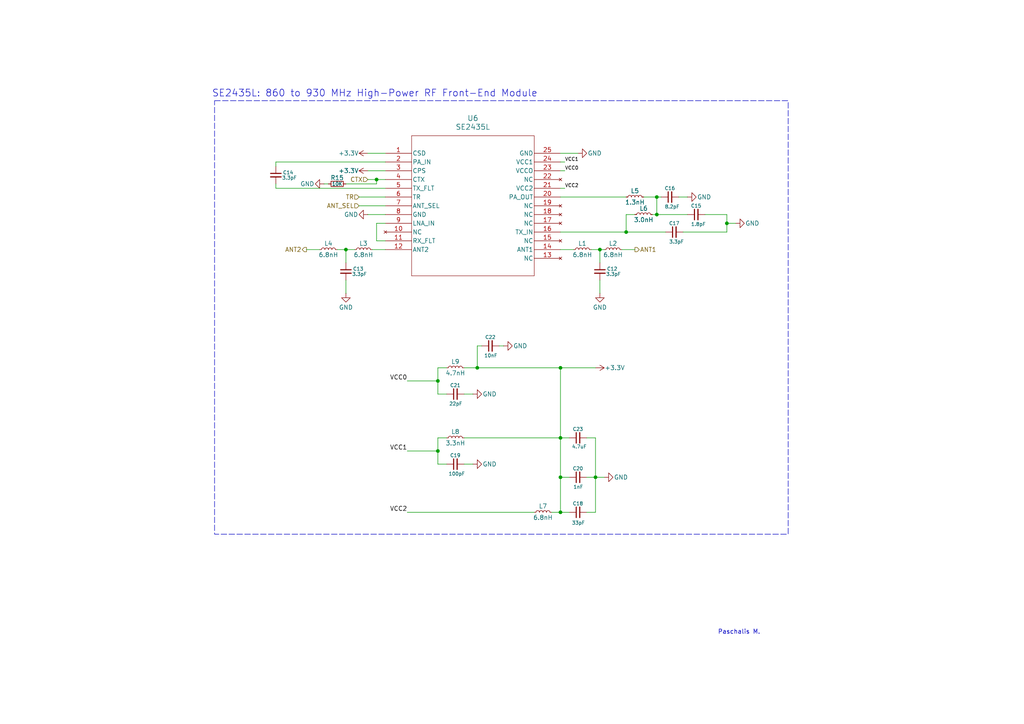
<source format=kicad_sch>
(kicad_sch (version 20231120) (generator "eeschema") (generator_version "8.0")
  (paper "A4")
  (title_block (title "SE2435L (860 to 930 MHz High-Power RF Front-End Module)") (date "06-01-2025") (rev "1.0") (company "https://github.com/Paschalis") (comment 1 "with support for antenna diversity.") (comment 2 "a power amplifier (PA), a low noise amplifier (LNA), and an RF switch") (comment 3 "SE2435L is a Sub-GHz RF Front-End Module (FEM) that integrates  "))
  (lib_symbols
    (symbol "Device:C_Small" (pin_numbers hide) (pin_names (offset 0.254) hide)
      (property "Reference" "C" (at 0.254 1.778 0))
      (property "Value" "C_Small" (at 0.254 -2.032 0))
      (symbol "C_Small_0_1"
        (polyline (pts (xy -1.524 -0.508) (xy 1.524 -0.508)) (stroke (width 0.3302)))
        (polyline (pts (xy -1.524 0.508) (xy 1.524 0.508)) (stroke (width 0.3048)))
      )
      (symbol "C_Small_1_1"
        (pin passive line (at 0 2.54 270) (length 2.032) (name "~") (number "1"))
        (pin passive line (at 0 -2.54 90) (length 2.032) (name "~") (number "2"))
      )
    )
    (symbol "Device:L_Small" (pin_numbers hide) (pin_names (offset 0.254) hide)
      (property "Reference" "L" (at 0.762 1.016 0))
      (property "Value" "L_Small" (at 0.762 -1.016 0))
      (symbol "L_Small_0_1"
        (arc (start 0 -2.032) (mid 0.5058 -1.524) (end 0 -1.016))
        (arc (start 0 -1.016) (mid 0.5058 -0.508) (end 0 0))
        (arc (start 0 0) (mid 0.5058 0.508) (end 0 1.016))
        (arc (start 0 1.016) (mid 0.5058 1.524) (end 0 2.032))
      )
      (symbol "L_Small_1_1"
        (pin passive line (at 0 2.54 270) (length 0.508) (name "~") (number "1"))
        (pin passive line (at 0 -2.54 90) (length 0.508) (name "~") (number "2"))
      )
    )
    (symbol "Device:R_Small" (pin_numbers hide) (pin_names (offset 0.254) hide)
      (property "Reference" "R" (at 0.762 0.508 0))
      (property "Value" "R_Small" (at 0.762 -1.016 0))
      (symbol "R_Small_0_1"
        (rectangle (start -0.762 1.778) (end 0.762 -1.778) (stroke (width 0.2032)))
      )
      (symbol "R_Small_1_1"
        (pin passive line (at 0 2.54 270) (length 0.762) (name "~") (number "1"))
        (pin passive line (at 0 -2.54 90) (length 0.762) (name "~") (number "2"))
      )
    )
    (symbol "SE2435L:SE2435L" (pin_names (offset 0.254))
      (property "Reference" "U" (at 25.4 10.16 0))
      (property "Value" "SE2435L" (at 25.4 7.62 0))
      (symbol "SE2435L_0_1"
        (polyline (pts (xy 7.62 -35.56) (xy 43.18 -35.56)) (stroke (width 0.127)))
        (polyline (pts (xy 7.62 5.08) (xy 7.62 -35.56)) (stroke (width 0.127)))
        (polyline (pts (xy 43.18 -35.56) (xy 43.18 5.08)) (stroke (width 0.127)))
        (polyline (pts (xy 43.18 5.08) (xy 7.62 5.08)) (stroke (width 0.127)))
        (pin input line (at 0 0 0) (length 7.62) (name "CSD") (number "1"))
        (pin no_connect line (at 0 -22.86 0) (length 7.62) (name "NC") (number "10"))
        (pin unspecified line (at 0 -25.4 0) (length 7.62) (name "RX_FLT") (number "11"))
        (pin bidirectional line (at 0 -27.94 0) (length 7.62) (name "ANT2") (number "12"))
        (pin no_connect line (at 50.8 -30.48 180) (length 7.62) (name "NC") (number "13"))
        (pin bidirectional line (at 50.8 -27.94 180) (length 7.62) (name "ANT1") (number "14"))
        (pin no_connect line (at 50.8 -25.4 180) (length 7.62) (name "NC") (number "15"))
        (pin unspecified line (at 50.8 -22.86 180) (length 7.62) (name "TX_IN") (number "16"))
        (pin no_connect line (at 50.8 -20.32 180) (length 7.62) (name "NC") (number "17"))
        (pin no_connect line (at 50.8 -17.78 180) (length 7.62) (name "NC") (number "18"))
        (pin no_connect line (at 50.8 -15.24 180) (length 7.62) (name "NC") (number "19"))
        (pin input line (at 0 -2.54 0) (length 7.62) (name "PA_IN") (number "2"))
        (pin output line (at 50.8 -12.7 180) (length 7.62) (name "PA_OUT") (number "20"))
        (pin power_in line (at 50.8 -10.16 180) (length 7.62) (name "VCC2") (number "21"))
        (pin no_connect line (at 50.8 -7.62 180) (length 7.62) (name "NC") (number "22"))
        (pin power_in line (at 50.8 -5.08 180) (length 7.62) (name "VCCO") (number "23"))
        (pin power_in line (at 50.8 -2.54 180) (length 7.62) (name "VCC1") (number "24"))
        (pin power_out line (at 50.8 0 180) (length 7.62) (name "GND") (number "25"))
        (pin input line (at 0 -5.08 0) (length 7.62) (name "CPS") (number "3"))
        (pin input line (at 0 -7.62 0) (length 7.62) (name "CTX") (number "4"))
        (pin unspecified line (at 0 -10.16 0) (length 7.62) (name "TX_FLT") (number "5"))
        (pin bidirectional line (at 0 -12.7 0) (length 7.62) (name "TR") (number "6"))
        (pin input line (at 0 -15.24 0) (length 7.62) (name "ANT_SEL") (number "7"))
        (pin power_out line (at 0 -17.78 0) (length 7.62) (name "GND") (number "8"))
        (pin input line (at 0 -20.32 0) (length 7.62) (name "LNA_IN") (number "9"))
      )
    )
    (symbol "power:+3.3V" (power) (pin_numbers hide) (pin_names (offset 0) hide)
      (property "Value" "+3.3V" (at 0 3.556 0))
      (symbol "+3.3V_0_1"
        (polyline (pts (xy -0.762 1.27) (xy 0 2.54)))
        (polyline (pts (xy 0 0) (xy 0 2.54)))
        (polyline (pts (xy 0 2.54) (xy 0.762 1.27)))
      )
      (symbol "+3.3V_1_1"
        (pin power_in line (at 0 0 90) (length 0) (name "~") (number "1"))
      )
    )
    (symbol "power:GND" (power) (pin_numbers hide) (pin_names (offset 0) hide)
      (property "Value" "GND" (at 0 -3.81 0))
      (symbol "GND_0_1"
        (polyline (pts (xy 0 0) (xy 0 -1.27) (xy 1.27 -1.27) (xy 0 -2.54) (xy -1.27 -1.27) (xy 0 -1.27)))
      )
      (symbol "GND_1_1"
        (pin power_in line (at 0 0 270) (length 0) (name "~") (number "1"))
      )
    )
  )
  (junction (at 162.56 127))
  (junction (at 138.43 106.68))
  (junction (at 127 130.81))
  (junction (at 173.99 72.39))
  (junction (at 172.72 138.43))
  (junction (at 190.5 62.23))
  (junction (at 181.61 67.31))
  (junction (at 210.82 64.77))
  (junction (at 162.56 148.59))
  (junction (at 162.56 106.68))
  (junction (at 109.22 52.07))
  (junction (at 190.5 57.15))
  (junction (at 100.33 72.39))
  (junction (at 127 110.49))
  (junction (at 162.56 138.43))
  (wire (pts (xy 127 127) (xy 127 130.81)))
  (wire (pts (xy 173.99 72.39) (xy 173.99 76.2)))
  (wire (pts (xy 97.79 72.39) (xy 100.33 72.39)))
  (wire (pts (xy 162.56 138.43) (xy 162.56 148.59)))
  (wire (pts (xy 172.72 127) (xy 172.72 138.43)))
  (wire (pts (xy 172.72 148.59) (xy 170.18 148.59)))
  (wire (pts (xy 106.68 44.45) (xy 111.76 44.45)))
  (wire (pts (xy 88.9 72.39) (xy 92.71 72.39)))
  (wire (pts (xy 172.72 138.43) (xy 175.26 138.43)))
  (wire (pts (xy 104.14 59.69) (xy 111.76 59.69)))
  (wire (pts (xy 111.76 54.61) (xy 80.01 54.61)))
  (wire (pts (xy 118.11 148.59) (xy 154.94 148.59)))
  (wire (pts (xy 127 127) (xy 129.54 127)))
  (wire (pts (xy 190.5 57.15) (xy 191.77 57.15)))
  (wire (pts (xy 190.5 62.23) (xy 199.39 62.23)))
  (wire (pts (xy 100.33 72.39) (xy 100.33 76.2)))
  (wire (pts (xy 138.43 100.33) (xy 139.7 100.33)))
  (wire (pts (xy 162.56 54.61) (xy 163.83 54.61)))
  (wire (pts (xy 170.18 138.43) (xy 172.72 138.43)))
  (wire (pts (xy 196.85 57.15) (xy 199.39 57.15)))
  (wire (pts (xy 144.78 100.33) (xy 146.05 100.33)))
  (wire (pts (xy 138.43 106.68) (xy 138.43 100.33)))
  (wire (pts (xy 100.33 81.28) (xy 100.33 85.09)))
  (wire (pts (xy 127 130.81) (xy 127 134.62)))
  (wire (pts (xy 104.14 57.15) (xy 111.76 57.15)))
  (wire (pts (xy 80.01 48.26) (xy 80.01 46.99)))
  (wire (pts (xy 198.12 67.31) (xy 210.82 67.31)))
  (wire (pts (xy 181.61 67.31) (xy 181.61 62.23)))
  (wire (pts (xy 181.61 62.23) (xy 184.15 62.23)))
  (wire (pts (xy 210.82 64.77) (xy 213.36 64.77)))
  (wire (pts (xy 138.43 106.68) (xy 162.56 106.68)))
  (wire (pts (xy 160.02 148.59) (xy 162.56 148.59)))
  (wire (pts (xy 172.72 138.43) (xy 172.72 148.59)))
  (wire (pts (xy 210.82 67.31) (xy 210.82 64.77)))
  (wire (pts (xy 80.01 46.99) (xy 111.76 46.99)))
  (wire (pts (xy 118.11 130.81) (xy 127 130.81)))
  (wire (pts (xy 181.61 67.31) (xy 193.04 67.31)))
  (wire (pts (xy 100.33 53.34) (xy 109.22 53.34)))
  (wire (pts (xy 162.56 148.59) (xy 165.1 148.59)))
  (wire (pts (xy 173.99 81.28) (xy 173.99 85.09)))
  (wire (pts (xy 190.5 57.15) (xy 190.5 62.23)))
  (wire (pts (xy 111.76 64.77) (xy 109.22 64.77)))
  (wire (pts (xy 162.56 106.68) (xy 172.72 106.68)))
  (wire (pts (xy 162.56 138.43) (xy 165.1 138.43)))
  (wire (pts (xy 210.82 62.23) (xy 210.82 64.77)))
  (wire (pts (xy 109.22 52.07) (xy 111.76 52.07)))
  (wire (pts (xy 129.54 134.62) (xy 127 134.62)))
  (wire (pts (xy 127 110.49) (xy 127 114.3)))
  (wire (pts (xy 127 114.3) (xy 129.54 114.3)))
  (wire (pts (xy 162.56 49.53) (xy 163.83 49.53)))
  (wire (pts (xy 171.45 72.39) (xy 173.99 72.39)))
  (wire (pts (xy 106.68 52.07) (xy 109.22 52.07)))
  (wire (pts (xy 93.98 53.34) (xy 95.25 53.34)))
  (wire (pts (xy 162.56 67.31) (xy 181.61 67.31)))
  (wire (pts (xy 134.62 114.3) (xy 137.16 114.3)))
  (wire (pts (xy 180.34 72.39) (xy 184.15 72.39)))
  (wire (pts (xy 162.56 106.68) (xy 162.56 127)))
  (wire (pts (xy 162.56 44.45) (xy 167.64 44.45)))
  (wire (pts (xy 204.47 62.23) (xy 210.82 62.23)))
  (wire (pts (xy 162.56 72.39) (xy 166.37 72.39)))
  (wire (pts (xy 129.54 106.68) (xy 127 106.68)))
  (wire (pts (xy 127 106.68) (xy 127 110.49)))
  (wire (pts (xy 162.56 57.15) (xy 181.61 57.15)))
  (wire (pts (xy 134.62 134.62) (xy 137.16 134.62)))
  (wire (pts (xy 118.11 110.49) (xy 127 110.49)))
  (wire (pts (xy 170.18 127) (xy 172.72 127)))
  (wire (pts (xy 162.56 127) (xy 165.1 127)))
  (wire (pts (xy 107.95 72.39) (xy 111.76 72.39)))
  (wire (pts (xy 134.62 106.68) (xy 138.43 106.68)))
  (wire (pts (xy 134.62 127) (xy 162.56 127)))
  (wire (pts (xy 109.22 52.07) (xy 109.22 53.34)))
  (wire (pts (xy 106.68 49.53) (xy 111.76 49.53)))
  (wire (pts (xy 173.99 72.39) (xy 175.26 72.39)))
  (wire (pts (xy 162.56 46.99) (xy 163.83 46.99)))
  (wire (pts (xy 186.69 57.15) (xy 190.5 57.15)))
  (wire (pts (xy 80.01 54.61) (xy 80.01 53.34)))
  (wire (pts (xy 106.68 62.23) (xy 111.76 62.23)))
  (wire (pts (xy 162.56 127) (xy 162.56 138.43)))
  (wire (pts (xy 109.22 64.77) (xy 109.22 69.85)))
  (wire (pts (xy 189.23 62.23) (xy 190.5 62.23)))
  (wire (pts (xy 109.22 69.85) (xy 111.76 69.85)))
  (wire (pts (xy 100.33 72.39) (xy 102.87 72.39)))
  (rectangle (start 62.23 29.21) (end 228.6 154.94) (stroke (width 0) (type dash)))
  (text "Paschalis M." (at 214.376 183.388 0) (effects (font (size 1.27 1.27))))
  (text "SE2435L: 860 to 930 MHz High-Power RF Front-End Module" (at 108.712 27.178 0) (effects (font (size 2 2))))
  (label "VCC0" (at 118.11 110.49 180))
  (label "VCC1" (at 118.11 130.81 180))
  (label "VCC1" (at 163.83 46.99 0) (effects (font (size 1 1))))
  (label "VCC0" (at 163.83 49.53 0) (effects (font (size 1 1))))
  (label "VCC2" (at 163.83 54.61 0) (effects (font (size 1 1))))
  (label "VCC2" (at 118.11 148.59 180))
  (hierarchical_label "CTX" (shape input) (at 106.68 52.07 180))
  (hierarchical_label "ANT1" (shape output) (at 184.15 72.39 0))
  (hierarchical_label "TR" (shape input) (at 104.14 57.15 180))
  (hierarchical_label "ANT2" (shape output) (at 88.9 72.39 180))
  (hierarchical_label "ANT_SEL" (shape input) (at 104.14 59.69 180))
  (symbol (lib_id "power:GND") (at 93.98 53.34 270) (mirror x) (unit 1)
    (property "Reference" "#PWR036" (effects (hide yes)))
    (property "Value" "GND" (at 91.186 53.34 90) (effects (justify right)))
    (property "Description" "Power symbol creates a global label with name \"GND\" , ground" (effects (hide yes)))
  )
  (symbol (lib_id "power:GND") (at 199.39 57.15 90) (unit 1)
    (property "Reference" "#PWR039" (effects (hide yes)))
    (property "Value" "GND" (at 202.184 57.15 90) (effects (justify right)))
    (property "Description" "Power symbol creates a global label with name \"GND\" , ground" (effects (hide yes)))
  )
  (symbol (lib_id "power:+3.3V") (at 106.68 49.53 90) (mirror x) (unit 1)
    (property "Reference" "#PWR034" (effects (hide yes)))
    (property "Value" "+3.3V" (at 101.092 49.53 90))
    (property "Description" "Power symbol creates a global label with name \"+3.3V\"" (effects (hide yes)))
  )
  (symbol (lib_id "Device:L_Small") (at 186.69 62.23 90) (unit 1)
    (property "Reference" "L6" (at 186.69 60.452 90))
    (property "Value" "3.0nH" (at 186.69 63.754 90))
    (property "Footprint" "Inductor_SMD:L_0805_2012Metric_Pad1.05x1.20mm_HandSolder" (effects (hide yes)))
    (property "Description" "Inductor, small symbol" (effects (hide yes)))
  )
  (symbol (lib_id "Device:L_Small") (at 168.91 72.39 90) (unit 1)
    (property "Reference" "L1" (at 168.91 70.612 90))
    (property "Value" "6.8nH" (at 168.91 73.914 90))
    (property "Footprint" "Inductor_SMD:L_0805_2012Metric_Pad1.05x1.20mm_HandSolder" (effects (hide yes)))
    (property "Description" "Inductor, small symbol" (effects (hide yes)))
  )
  (symbol (lib_id "Device:C_Small") (at 132.08 114.3 90) (unit 1)
    (property "Reference" "C21" (at 133.604 111.76 90) (effects (font (size 1 1)) (justify left)))
    (property "Value" "22pF" (at 134.112 117.094 90) (effects (font (size 1 1)) (justify left)))
    (property "Footprint" "Capacitor_SMD:C_0805_2012Metric_Pad1.18x1.45mm_HandSolder" (effects (hide yes)))
    (property "Description" "Unpolarized capacitor, small symbol" (effects (hide yes)))
  )
  (symbol (lib_id "Device:C_Small") (at 167.64 127 90) (unit 1)
    (property "Reference" "C23" (at 169.164 124.46 90) (effects (font (size 1 1)) (justify left)))
    (property "Value" "4.7uF" (at 170.18 129.54 90) (effects (font (size 1 1)) (justify left)))
    (property "Footprint" "Capacitor_SMD:C_0805_2012Metric_Pad1.18x1.45mm_HandSolder" (effects (hide yes)))
    (property "Description" "Unpolarized capacitor, small symbol" (effects (hide yes)))
  )
  (symbol (lib_id "Device:C_Small") (at 80.01 50.8 0) (unit 1)
    (property "Reference" "C14" (at 82.042 50.038 0) (effects (font (size 1 1)) (justify left)))
    (property "Value" "3.3pF" (at 81.788 51.562 0) (effects (font (size 1 1)) (justify left)))
    (property "Footprint" "Capacitor_SMD:C_0805_2012Metric_Pad1.18x1.45mm_HandSolder" (effects (hide yes)))
    (property "Description" "Unpolarized capacitor, small symbol" (effects (hide yes)))
  )
  (symbol (lib_id "power:GND") (at 175.26 138.43 90) (unit 1)
    (property "Reference" "#PWR038" (effects (hide yes)))
    (property "Value" "GND" (at 178.054 138.43 90) (effects (justify right)))
    (property "Description" "Power symbol creates a global label with name \"GND\" , ground" (effects (hide yes)))
  )
  (symbol (lib_id "power:+3.3V") (at 172.72 106.68 270) (unit 1)
    (property "Reference" "#PWR044" (effects (hide yes)))
    (property "Value" "+3.3V" (at 178.308 106.68 90))
    (property "Description" "Power symbol creates a global label with name \"+3.3V\"" (effects (hide yes)))
  )
  (symbol (lib_id "Device:C_Small") (at 142.24 100.33 90) (unit 1)
    (property "Reference" "C22" (at 143.764 97.79 90) (effects (font (size 1 1)) (justify left)))
    (property "Value" "10nF" (at 144.272 103.124 90) (effects (font (size 1 1)) (justify left)))
    (property "Footprint" "Capacitor_SMD:C_0805_2012Metric_Pad1.18x1.45mm_HandSolder" (effects (hide yes)))
    (property "Description" "Unpolarized capacitor, small symbol" (effects (hide yes)))
  )
  (symbol (lib_id "Device:C_Small") (at 167.64 148.59 90) (unit 1)
    (property "Reference" "C18" (at 169.164 146.05 90) (effects (font (size 1 1)) (justify left)))
    (property "Value" "33pF" (at 169.672 151.638 90) (effects (font (size 1 1)) (justify left)))
    (property "Footprint" "Capacitor_SMD:C_0805_2012Metric_Pad1.18x1.45mm_HandSolder" (effects (hide yes)))
    (property "Description" "Unpolarized capacitor, small symbol" (effects (hide yes)))
  )
  (symbol (lib_id "Device:L_Small") (at 132.08 127 90) (unit 1)
    (property "Reference" "L8" (at 132.08 125.222 90))
    (property "Value" "3.3nH" (at 132.08 128.524 90))
    (property "Footprint" "Inductor_SMD:L_0805_2012Metric_Pad1.05x1.20mm_HandSolder" (effects (hide yes)))
    (property "Description" "Inductor, small symbol" (effects (hide yes)))
  )
  (symbol (lib_id "power:GND") (at 100.33 85.09 0) (unit 1)
    (property "Reference" "#PWR031" (effects (hide yes)))
    (property "Value" "GND" (at 100.33 89.154 0))
    (property "Description" "Power symbol creates a global label with name \"GND\" , ground" (effects (hide yes)))
  )
  (symbol (lib_id "Device:C_Small") (at 195.58 67.31 90) (unit 1)
    (property "Reference" "C17" (at 197.104 64.77 90) (effects (font (size 1 1)) (justify left)))
    (property "Value" "3.3pF" (at 198.374 70.104 90) (effects (font (size 1 1)) (justify left)))
    (property "Footprint" "Capacitor_SMD:C_0805_2012Metric_Pad1.18x1.45mm_HandSolder" (effects (hide yes)))
    (property "Description" "Unpolarized capacitor, small symbol" (effects (hide yes)))
  )
  (symbol (lib_id "Device:L_Small") (at 177.8 72.39 90) (unit 1)
    (property "Reference" "L2" (at 177.8 70.612 90))
    (property "Value" "6.8nH" (at 177.8 73.914 90))
    (property "Footprint" "Inductor_SMD:L_0805_2012Metric_Pad1.05x1.20mm_HandSolder" (effects (hide yes)))
    (property "Description" "Inductor, small symbol" (effects (hide yes)))
  )
  (symbol (lib_id "Device:L_Small") (at 157.48 148.59 90) (unit 1)
    (property "Reference" "L7" (at 157.48 146.812 90))
    (property "Value" "6.8nH" (at 157.48 150.114 90))
    (property "Footprint" "Inductor_SMD:L_0805_2012Metric_Pad1.05x1.20mm_HandSolder" (effects (hide yes)))
    (property "Description" "Inductor, small symbol" (effects (hide yes)))
  )
  (symbol (lib_id "power:GND") (at 106.68 62.23 270) (mirror x) (unit 1)
    (property "Reference" "#PWR035" (effects (hide yes)))
    (property "Value" "GND" (at 103.886 62.23 90) (effects (justify right)))
    (property "Description" "Power symbol creates a global label with name \"GND\" , ground" (effects (hide yes)))
  )
  (symbol (lib_id "Device:L_Small") (at 132.08 106.68 90) (unit 1)
    (property "Reference" "L9" (at 132.08 104.902 90))
    (property "Value" "4.7nH" (at 132.08 108.204 90))
    (property "Footprint" "Inductor_SMD:L_0805_2012Metric_Pad1.05x1.20mm_HandSolder" (effects (hide yes)))
    (property "Description" "Inductor, small symbol" (effects (hide yes)))
  )
  (symbol (lib_id "power:GND") (at 137.16 114.3 90) (unit 1)
    (property "Reference" "#PWR041" (effects (hide yes)))
    (property "Value" "GND" (at 139.954 114.3 90) (effects (justify right)))
    (property "Description" "Power symbol creates a global label with name \"GND\" , ground" (effects (hide yes)))
  )
  (symbol (lib_id "Device:C_Small") (at 173.99 78.74 0) (unit 1)
    (property "Reference" "C12" (at 176.022 77.978 0) (effects (font (size 1 1)) (justify left)))
    (property "Value" "3.3pF" (at 175.768 79.502 0) (effects (font (size 1 1)) (justify left)))
    (property "Footprint" "Capacitor_SMD:C_0805_2012Metric_Pad1.18x1.45mm_HandSolder" (effects (hide yes)))
    (property "Description" "Unpolarized capacitor, small symbol" (effects (hide yes)))
  )
  (symbol (lib_id "power:+3.3V") (at 106.68 44.45 90) (mirror x) (unit 1)
    (property "Reference" "#PWR033" (effects (hide yes)))
    (property "Value" "+3.3V" (at 101.092 44.45 90))
    (property "Description" "Power symbol creates a global label with name \"+3.3V\"" (effects (hide yes)))
  )
  (symbol (lib_id "power:GND") (at 213.36 64.77 90) (unit 1)
    (property "Reference" "#PWR037" (effects (hide yes)))
    (property "Value" "GND" (at 216.154 64.77 90) (effects (justify right)))
    (property "Description" "Power symbol creates a global label with name \"GND\" , ground" (effects (hide yes)))
  )
  (symbol (lib_id "Device:C_Small") (at 167.64 138.43 90) (unit 1)
    (property "Reference" "C20" (at 169.164 135.89 90) (effects (font (size 1 1)) (justify left)))
    (property "Value" "1nF" (at 169.164 141.224 90) (effects (font (size 1 1)) (justify left)))
    (property "Footprint" "Capacitor_SMD:C_0805_2012Metric_Pad1.18x1.45mm_HandSolder" (effects (hide yes)))
    (property "Description" "Unpolarized capacitor, small symbol" (effects (hide yes)))
  )
  (symbol (lib_id "power:GND") (at 137.16 134.62 90) (unit 1)
    (property "Reference" "#PWR040" (effects (hide yes)))
    (property "Value" "GND" (at 139.954 134.62 90) (effects (justify right)))
    (property "Description" "Power symbol creates a global label with name \"GND\" , ground" (effects (hide yes)))
  )
  (symbol (lib_id "Device:C_Small") (at 201.93 62.23 90) (unit 1)
    (property "Reference" "C15" (at 203.454 59.69 90) (effects (font (size 1 1)) (justify left)))
    (property "Value" "1.8pF" (at 204.724 65.024 90) (effects (font (size 1 1)) (justify left)))
    (property "Footprint" "Capacitor_SMD:C_0805_2012Metric_Pad1.18x1.45mm_HandSolder" (effects (hide yes)))
    (property "Description" "Unpolarized capacitor, small symbol" (effects (hide yes)))
  )
  (symbol (lib_id "Device:R_Small") (at 97.79 53.34 90) (unit 1)
    (property "Reference" "R15" (at 97.79 51.562 90))
    (property "Value" "10K" (at 97.79 53.34 90) (effects (font (size 1 1))))
    (property "Footprint" "Resistor_SMD:R_0805_2012Metric_Pad1.20x1.40mm_HandSolder" (effects (hide yes)))
    (property "Description" "Resistor, small symbol" (effects (hide yes)))
  )
  (symbol (lib_id "Device:L_Small") (at 95.25 72.39 90) (unit 1)
    (property "Reference" "L4" (at 95.25 70.612 90))
    (property "Value" "6.8nH" (at 95.25 73.914 90))
    (property "Footprint" "Inductor_SMD:L_0805_2012Metric_Pad1.05x1.20mm_HandSolder" (effects (hide yes)))
    (property "Description" "Inductor, small symbol" (effects (hide yes)))
  )
  (symbol (lib_id "power:GND") (at 146.05 100.33 90) (unit 1)
    (property "Reference" "#PWR042" (effects (hide yes)))
    (property "Value" "GND" (at 148.844 100.33 90) (effects (justify right)))
    (property "Description" "Power symbol creates a global label with name \"GND\" , ground" (effects (hide yes)))
  )
  (symbol (lib_id "Device:L_Small") (at 184.15 57.15 90) (unit 1)
    (property "Reference" "L5" (at 184.15 55.372 90))
    (property "Value" "1.3nH" (at 184.15 58.674 90))
    (property "Footprint" "Inductor_SMD:L_0805_2012Metric_Pad1.05x1.20mm_HandSolder" (effects (hide yes)))
    (property "Description" "Inductor, small symbol" (effects (hide yes)))
  )
  (symbol (lib_id "SE2435L:SE2435L") (at 111.76 44.45 0) (unit 1)
    (property "Reference" "U6" (at 137.16 34.29 0) (effects (font (size 1.524 1.524))))
    (property "Value" "SE2435L" (at 137.16 36.83 0) (effects (font (size 1.524 1.524))))
    (property "Footprint" "SE2435L:QFN24_SE2435L_SKY" (effects (hide yes)))
    (property "Datasheet" "SE2435L" (effects (hide yes)))
  )
  (symbol (lib_id "power:GND") (at 167.64 44.45 90) (unit 1)
    (property "Reference" "#PWR027" (effects (hide yes)))
    (property "Value" "GND" (at 170.434 44.45 90) (effects (justify right)))
    (property "Description" "Power symbol creates a global label with name \"GND\" , ground" (effects (hide yes)))
  )
  (symbol (lib_id "Device:C_Small") (at 100.33 78.74 0) (unit 1)
    (property "Reference" "C13" (at 102.362 77.978 0) (effects (font (size 1 1)) (justify left)))
    (property "Value" "3.3pF" (at 102.108 79.502 0) (effects (font (size 1 1)) (justify left)))
    (property "Footprint" "Capacitor_SMD:C_0805_2012Metric_Pad1.18x1.45mm_HandSolder" (effects (hide yes)))
    (property "Description" "Unpolarized capacitor, small symbol" (effects (hide yes)))
  )
  (symbol (lib_id "power:GND") (at 173.99 85.09 0) (unit 1)
    (property "Reference" "#PWR032" (effects (hide yes)))
    (property "Value" "GND" (at 173.99 89.154 0))
    (property "Description" "Power symbol creates a global label with name \"GND\" , ground" (effects (hide yes)))
  )
  (symbol (lib_id "Device:C_Small") (at 132.08 134.62 90) (unit 1)
    (property "Reference" "C19" (at 133.604 132.08 90) (effects (font (size 1 1)) (justify left)))
    (property "Value" "100pF" (at 134.874 137.414 90) (effects (font (size 1 1)) (justify left)))
    (property "Footprint" "Capacitor_SMD:C_0805_2012Metric_Pad1.18x1.45mm_HandSolder" (effects (hide yes)))
    (property "Description" "Unpolarized capacitor, small symbol" (effects (hide yes)))
  )
  (symbol (lib_id "Device:L_Small") (at 105.41 72.39 90) (unit 1)
    (property "Reference" "L3" (at 105.41 70.612 90))
    (property "Value" "6.8nH" (at 105.41 73.914 90))
    (property "Footprint" "Inductor_SMD:L_0805_2012Metric_Pad1.05x1.20mm_HandSolder" (effects (hide yes)))
    (property "Description" "Inductor, small symbol" (effects (hide yes)))
  )
  (symbol (lib_id "Device:C_Small") (at 194.31 57.15 90) (unit 1)
    (property "Reference" "C16" (at 195.834 54.61 90) (effects (font (size 1 1)) (justify left)))
    (property "Value" "8.2pF" (at 197.104 59.944 90) (effects (font (size 1 1)) (justify left)))
    (property "Footprint" "Capacitor_SMD:C_0805_2012Metric_Pad1.18x1.45mm_HandSolder" (effects (hide yes)))
    (property "Description" "Unpolarized capacitor, small symbol" (effects (hide yes)))
  )
)
</source>
